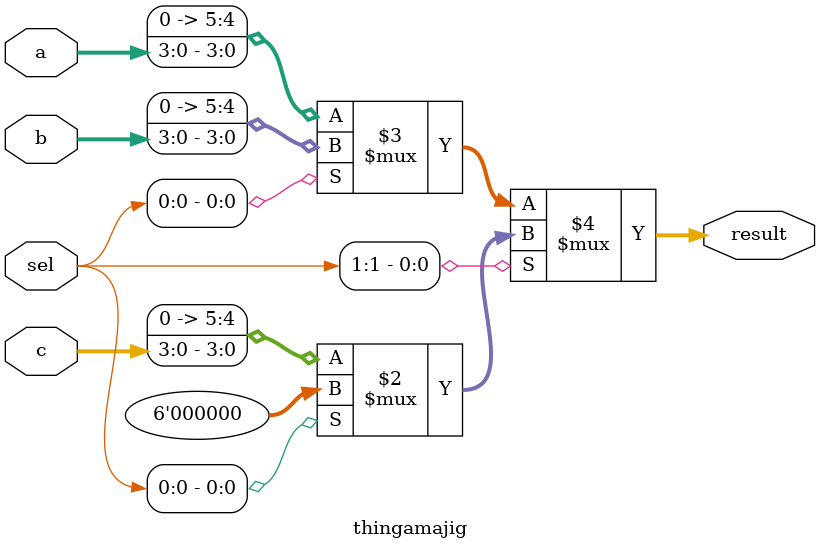
<source format=v>
module thingamajig (input [3:0] a, b, c, input [1:0] sel, output reg [5:0] result);

    always @(*)
        result = sel[1] ? (sel[0] ? 6'b000000 : {2'b00, c}) : (sel[0] ? {2'b00, b} : {2'b00, a});

endmodule
</source>
